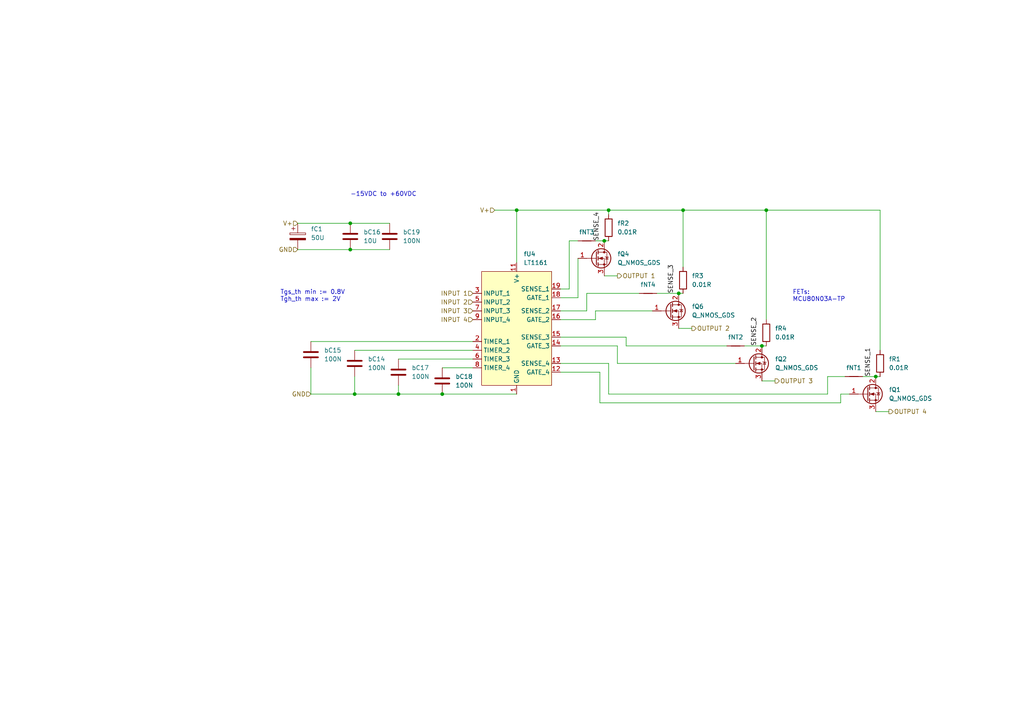
<source format=kicad_sch>
(kicad_sch (version 20211123) (generator eeschema)
  (paper "A4")
  (lib_symbols
    (symbol "Device:C" (pin_numbers hide) (pin_names (offset 0.254))
      (property "Reference" "C" (at 0.635 2.54 0))
      (property "Value" "C" (at 0.635 -2.54 0))
      (symbol "C_0_1"
        (polyline (pts (xy -2.032 -0.762) (xy 2.032 -0.762)) (stroke (width 0.508)))
        (polyline (pts (xy -2.032 0.762) (xy 2.032 0.762)) (stroke (width 0.508)))
      )
      (symbol "C_1_1"
        (pin passive line (at 0 3.81 270) (length 2.794) (name "~") (number "1"))
        (pin passive line (at 0 -3.81 90) (length 2.794) (name "~") (number "2"))
      )
    )
    (symbol "Device:C_Polarized" (pin_numbers hide) (pin_names (offset 0.254))
      (property "Reference" "C" (at 0.635 2.54 0))
      (property "Value" "C_Polarized" (at 0.635 -2.54 0))
      (symbol "C_Polarized_0_1"
        (rectangle (start -2.286 0.508) (end 2.286 1.016))
        (polyline (pts (xy -1.778 2.286) (xy -0.762 2.286)))
        (polyline (pts (xy -1.27 2.794) (xy -1.27 1.778)))
        (rectangle (start 2.286 -0.508) (end -2.286 -1.016) (fill (type outline)))
      )
      (symbol "C_Polarized_1_1"
        (pin passive line (at 0 3.81 270) (length 2.794) (name "~") (number "1"))
        (pin passive line (at 0 -3.81 90) (length 2.794) (name "~") (number "2"))
      )
    )
    (symbol "Device:NetTie_2" (pin_numbers hide) (pin_names (offset 0) hide)
      (property "Reference" "NT" (at 0 1.27 0))
      (property "Value" "NetTie_2" (at 0 -1.27 0))
      (symbol "NetTie_2_0_1"
        (polyline (pts (xy -1.27 0) (xy 1.27 0)) (stroke (width 0.254)))
      )
      (symbol "NetTie_2_1_1"
        (pin passive line (at -2.54 0 0) (length 2.54) (name "1") (number "1"))
        (pin passive line (at 2.54 0 180) (length 2.54) (name "2") (number "2"))
      )
    )
    (symbol "Device:Q_NMOS_GDS" (pin_names (offset 0) hide)
      (property "Reference" "Q" (at 5.08 1.27 0))
      (property "Value" "Q_NMOS_GDS" (at 5.08 -1.27 0))
      (symbol "Q_NMOS_GDS_0_1"
        (polyline (pts (xy 0.254 0) (xy -2.54 0)))
        (polyline (pts (xy 0.254 1.905) (xy 0.254 -1.905)) (stroke (width 0.254)))
        (polyline (pts (xy 0.762 -1.27) (xy 0.762 -2.286)) (stroke (width 0.254)))
        (polyline (pts (xy 0.762 0.508) (xy 0.762 -0.508)) (stroke (width 0.254)))
        (polyline (pts (xy 0.762 2.286) (xy 0.762 1.27)) (stroke (width 0.254)))
        (polyline (pts (xy 2.54 2.54) (xy 2.54 1.778)))
        (polyline (pts (xy 2.54 -2.54) (xy 2.54 0) (xy 0.762 0)))
        (polyline (pts (xy 0.762 -1.778) (xy 3.302 -1.778) (xy 3.302 1.778) (xy 0.762 1.778)))
        (polyline (pts (xy 1.016 0) (xy 2.032 0.381) (xy 2.032 -0.381) (xy 1.016 0)) (fill (type outline)))
        (polyline (pts (xy 2.794 0.508) (xy 2.921 0.381) (xy 3.683 0.381) (xy 3.81 0.254)))
        (polyline (pts (xy 3.302 0.381) (xy 2.921 -0.254) (xy 3.683 -0.254) (xy 3.302 0.381)))
        (circle (center 1.651 0) (radius 2.794) (stroke (width 0.254)))
        (circle (center 2.54 -1.778) (radius 0.254) (fill (type outline)))
        (circle (center 2.54 1.778) (radius 0.254) (fill (type outline)))
      )
      (symbol "Q_NMOS_GDS_1_1"
        (pin input line (at -5.08 0 0) (length 2.54) (name "G") (number "1"))
        (pin passive line (at 2.54 5.08 270) (length 2.54) (name "D") (number "2"))
        (pin passive line (at 2.54 -5.08 90) (length 2.54) (name "S") (number "3"))
      )
    )
    (symbol "Device:R" (pin_numbers hide) (pin_names (offset 0))
      (property "Reference" "R" (at 2.032 0 90))
      (property "Value" "R" (at 0 0 90))
      (symbol "R_0_1"
        (rectangle (start -1.016 -2.54) (end 1.016 2.54) (stroke (width 0.254)))
      )
      (symbol "R_1_1"
        (pin passive line (at 0 3.81 270) (length 1.27) (name "~") (number "1"))
        (pin passive line (at 0 -3.81 90) (length 1.27) (name "~") (number "2"))
      )
    )
    (symbol "william_mosfet_drivers:LT1161"
      (property "Reference" "U" (at 6.35 17.78 0))
      (property "Value" "LT1161" (at 6.35 -17.78 0))
      (symbol "LT1161_0_1"
        (rectangle (start -10.16 16.51) (end 10.16 -16.51) (fill (type background)))
      )
      (symbol "LT1161_1_1"
        (pin power_in line (at 0 -19.05 90) (length 2.54) (name "GND") (number "1"))
        (pin passive line (at 0 -19.05 90) (length 2.54) hide (name "GND") (number "10"))
        (pin power_in line (at 0 19.05 270) (length 2.54) (name "V+") (number "11"))
        (pin output line (at 12.7 -12.7 180) (length 2.54) (name "GATE_4") (number "12"))
        (pin input line (at 12.7 -10.16 180) (length 2.54) (name "SENSE_4") (number "13"))
        (pin output line (at 12.7 -5.08 180) (length 2.54) (name "GATE_3") (number "14"))
        (pin input line (at 12.7 -2.54 180) (length 2.54) (name "SENSE_3") (number "15"))
        (pin output line (at 12.7 2.54 180) (length 2.54) (name "GATE_2") (number "16"))
        (pin input line (at 12.7 5.08 180) (length 2.54) (name "SENSE_2") (number "17"))
        (pin output line (at 12.7 8.89 180) (length 2.54) (name "GATE_1") (number "18"))
        (pin input line (at 12.7 11.43 180) (length 2.54) (name "SENSE_1") (number "19"))
        (pin input line (at -12.7 -3.81 0) (length 2.54) (name "TIMER_1") (number "2"))
        (pin passive line (at 0 19.05 270) (length 2.54) hide (name "V+") (number "20"))
        (pin input line (at -12.7 10.16 0) (length 2.54) (name "INPUT_1") (number "3"))
        (pin input line (at -12.7 -6.35 0) (length 2.54) (name "TIMER_2") (number "4"))
        (pin input line (at -12.7 7.62 0) (length 2.54) (name "INPUT_2") (number "5"))
        (pin input line (at -12.7 -8.89 0) (length 2.54) (name "TIMER_3") (number "6"))
        (pin input line (at -12.7 5.08 0) (length 2.54) (name "INPUT_3") (number "7"))
        (pin input line (at -12.7 -11.43 0) (length 2.54) (name "TIMER_4") (number "8"))
        (pin input line (at -12.7 2.54 0) (length 2.54) (name "INPUT_4") (number "9"))
      )
    )
  )
  (junction (at 102.87 114.3))
  (junction (at 115.57 114.3))
  (junction (at 101.6 64.77))
  (junction (at 222.25 60.96))
  (junction (at 254 109.22))
  (junction (at 220.98 100.33))
  (junction (at 176.53 60.96))
  (junction (at 101.6 72.39))
  (junction (at 196.85 85.09))
  (junction (at 128.27 114.3))
  (junction (at 149.86 60.96))
  (junction (at 198.12 60.96))
  (junction (at 175.26 69.85))
  (wire (pts (xy 179.07 105.41) (xy 213.36 105.41)))
  (wire (pts (xy 173.99 116.84) (xy 243.84 116.84)))
  (wire (pts (xy 240.03 114.3) (xy 176.53 114.3)))
  (wire (pts (xy 220.98 110.49) (xy 224.79 110.49)))
  (wire (pts (xy 149.86 60.96) (xy 176.53 60.96)))
  (wire (pts (xy 101.6 64.77) (xy 113.03 64.77)))
  (wire (pts (xy 162.56 100.33) (xy 179.07 100.33)))
  (wire (pts (xy 86.36 64.77) (xy 101.6 64.77)))
  (wire (pts (xy 176.53 105.41) (xy 162.56 105.41)))
  (wire (pts (xy 172.72 69.85) (xy 175.26 69.85)))
  (wire (pts (xy 86.36 72.39) (xy 101.6 72.39)))
  (wire (pts (xy 176.53 114.3) (xy 176.53 105.41)))
  (wire (pts (xy 255.27 60.96) (xy 255.27 101.6)))
  (wire (pts (xy 176.53 60.96) (xy 176.53 62.23)))
  (wire (pts (xy 181.61 100.33) (xy 181.61 97.79)))
  (wire (pts (xy 90.17 114.3) (xy 102.87 114.3)))
  (wire (pts (xy 250.19 109.22) (xy 254 109.22)))
  (wire (pts (xy 170.18 85.09) (xy 170.18 90.17)))
  (wire (pts (xy 162.56 107.95) (xy 173.99 107.95)))
  (wire (pts (xy 175.26 80.01) (xy 179.07 80.01)))
  (wire (pts (xy 115.57 114.3) (xy 128.27 114.3)))
  (wire (pts (xy 115.57 104.14) (xy 137.16 104.14)))
  (wire (pts (xy 181.61 100.33) (xy 210.82 100.33)))
  (wire (pts (xy 240.03 109.22) (xy 240.03 114.3)))
  (wire (pts (xy 162.56 83.82) (xy 165.1 83.82)))
  (wire (pts (xy 179.07 100.33) (xy 179.07 105.41)))
  (wire (pts (xy 240.03 109.22) (xy 245.11 109.22)))
  (wire (pts (xy 115.57 111.76) (xy 115.57 114.3)))
  (wire (pts (xy 162.56 86.36) (xy 167.64 86.36)))
  (wire (pts (xy 128.27 106.68) (xy 137.16 106.68)))
  (wire (pts (xy 102.87 101.6) (xy 137.16 101.6)))
  (wire (pts (xy 196.85 95.25) (xy 200.66 95.25)))
  (wire (pts (xy 128.27 114.3) (xy 149.86 114.3)))
  (wire (pts (xy 167.64 86.36) (xy 167.64 74.93)))
  (wire (pts (xy 165.1 69.85) (xy 167.64 69.85)))
  (wire (pts (xy 173.99 107.95) (xy 173.99 116.84)))
  (wire (pts (xy 170.18 85.09) (xy 185.42 85.09)))
  (wire (pts (xy 222.25 92.71) (xy 222.25 60.96)))
  (wire (pts (xy 176.53 60.96) (xy 198.12 60.96)))
  (wire (pts (xy 149.86 60.96) (xy 149.86 76.2)))
  (wire (pts (xy 90.17 99.06) (xy 137.16 99.06)))
  (wire (pts (xy 198.12 60.96) (xy 222.25 60.96)))
  (wire (pts (xy 222.25 60.96) (xy 255.27 60.96)))
  (wire (pts (xy 243.84 114.3) (xy 246.38 114.3)))
  (wire (pts (xy 102.87 114.3) (xy 115.57 114.3)))
  (wire (pts (xy 175.26 69.85) (xy 176.53 69.85)))
  (wire (pts (xy 220.98 100.33) (xy 222.25 100.33)))
  (wire (pts (xy 102.87 109.22) (xy 102.87 114.3)))
  (wire (pts (xy 143.51 60.96) (xy 149.86 60.96)))
  (wire (pts (xy 190.5 85.09) (xy 196.85 85.09)))
  (wire (pts (xy 90.17 106.68) (xy 90.17 114.3)))
  (wire (pts (xy 181.61 97.79) (xy 162.56 97.79)))
  (wire (pts (xy 172.72 90.17) (xy 189.23 90.17)))
  (wire (pts (xy 101.6 72.39) (xy 113.03 72.39)))
  (wire (pts (xy 165.1 83.82) (xy 165.1 69.85)))
  (wire (pts (xy 254 109.22) (xy 255.27 109.22)))
  (wire (pts (xy 198.12 60.96) (xy 198.12 77.47)))
  (wire (pts (xy 170.18 90.17) (xy 162.56 90.17)))
  (wire (pts (xy 162.56 92.71) (xy 172.72 92.71)))
  (wire (pts (xy 254 119.38) (xy 257.81 119.38)))
  (wire (pts (xy 172.72 92.71) (xy 172.72 90.17)))
  (wire (pts (xy 196.85 85.09) (xy 198.12 85.09)))
  (wire (pts (xy 243.84 116.84) (xy 243.84 114.3)))
  (wire (pts (xy 215.9 100.33) (xy 220.98 100.33)))
  (text "FETs:	\nMCU80N03A-TP" (at 229.87 87.63 0) (effects (font (size 1.27 1.27)) (justify left bottom)))
  (text "Tgs_th min := 0.8V\nTgh_th max := 2V" (at 81.28 87.63 0) (effects (font (size 1.27 1.27)) (justify left bottom)))
  (text "-15VDC to +60VDC" (at 101.6 57.15 0) (effects (font (size 1.27 1.27)) (justify left bottom)))
  (label "SENSE_2" (at 219.71 100.33 90))
  (label "SENSE_1" (at 252.73 109.22 90))
  (label "SENSE_3" (at 195.58 85.09 90))
  (label "SENSE_4" (at 173.99 69.85 90))
  (hierarchical_label "GND" (shape input) (at 86.36 72.39 180))
  (hierarchical_label "INPUT 3" (shape input) (at 137.16 90.17 180))
  (hierarchical_label "INPUT 1" (shape input) (at 137.16 85.09 180))
  (hierarchical_label "V+" (shape input) (at 143.51 60.96 180))
  (hierarchical_label "INPUT 2" (shape input) (at 137.16 87.63 180))
  (hierarchical_label "OUTPUT 1" (shape output) (at 179.07 80.01 0))
  (hierarchical_label "OUTPUT 2" (shape output) (at 200.66 95.25 0))
  (hierarchical_label "INPUT 4" (shape input) (at 137.16 92.71 180))
  (hierarchical_label "GND" (shape input) (at 90.17 114.3 180))
  (hierarchical_label "OUTPUT 3" (shape output) (at 224.79 110.49 0))
  (hierarchical_label "OUTPUT 4" (shape output) (at 257.81 119.38 0))
  (hierarchical_label "V+" (shape input) (at 86.36 64.77 180))
  (symbol (lib_id "Device:NetTie_2") (at 213.36 100.33 0) (unit 1)
    (property "Reference" "fNT2" (at 213.36 97.79 0))
    (property "Value" "NetTie_2" (effects hide))
    (property "Footprint" "william_fab:NetTie-2_SMD_Pad0.5mm" (effects hide))
  )
  (symbol (lib_id "Device:C") (at 101.6 68.58 0) (unit 1)
    (property "Reference" "bC16" (at 105.41 67.3099 0) (effects (justify left)))
    (property "Value" "10U" (at 105.41 69.8499 0) (effects (justify left)))
    (property "Footprint" "Capacitor_SMD:C_0805_2012Metric" (effects hide))
  )
  (symbol (lib_id "Device:NetTie_2") (at 170.18 69.85 0) (unit 1)
    (property "Reference" "fNT3" (at 170.18 67.31 0))
    (property "Value" "NetTie_2" (effects hide))
    (property "Footprint" "william_fab:NetTie-2_SMD_Pad0.5mm" (effects hide))
  )
  (symbol (lib_id "Device:C") (at 115.57 107.95 0) (unit 1)
    (property "Reference" "bC17" (at 119.38 106.6799 0) (effects (justify left)))
    (property "Value" "100N" (at 119.38 109.2199 0) (effects (justify left)))
    (property "Footprint" "Capacitor_SMD:C_0603_1608Metric" (effects hide))
  )
  (symbol (lib_id "william_mosfet_drivers:LT1161") (at 149.86 95.25 0) (unit 1)
    (property "Reference" "fU4" (at 151.8794 73.66 0) (effects (justify left)))
    (property "Value" "LT1161" (at 151.8794 76.2 0) (effects (justify left)))
    (property "Footprint" "Package_SO:SOIC-20W_7.5x12.8mm_P1.27mm" (effects hide))
    (property "Datasheet" "https://www.analog.com/media/en/technical-documentation/data-sheets/1161fa.pdf" (effects hide))
  )
  (symbol (lib_id "Device:C") (at 90.17 102.87 0) (unit 1)
    (property "Reference" "bC15" (at 93.98 101.5999 0) (effects (justify left)))
    (property "Value" "100N" (at 93.98 104.1399 0) (effects (justify left)))
    (property "Footprint" "Capacitor_SMD:C_0603_1608Metric" (effects hide))
  )
  (symbol (lib_id "Device:Q_NMOS_GDS") (at 194.31 90.17 0) (unit 1)
    (property "Reference" "fQ6" (at 200.66 88.8999 0) (effects (justify left)))
    (property "Value" "Q_NMOS_GDS" (at 200.66 91.4399 0) (effects (justify left)))
    (property "Footprint" "Package_TO_SOT_SMD:TO-252-2" (effects hide))
  )
  (symbol (lib_id "Device:R") (at 255.27 105.41 0) (unit 1)
    (property "Reference" "fR1" (at 257.81 104.1399 0) (effects (justify left)))
    (property "Value" "0.01R" (at 257.81 106.6799 0) (effects (justify left)))
    (property "Footprint" "william_resistors:HCSM2818FT10L0" (effects hide))
  )
  (symbol (lib_id "Device:C_Polarized") (at 86.36 68.58 0) (unit 1)
    (property "Reference" "fC1" (at 90.17 66.4209 0) (effects (justify left)))
    (property "Value" "50U" (at 90.17 68.9609 0) (effects (justify left)))
    (property "Footprint" "Capacitor_SMD:C_Elec_8x10.2" (effects hide))
  )
  (symbol (lib_id "Device:C") (at 128.27 110.49 0) (unit 1)
    (property "Reference" "bC18" (at 132.08 109.2199 0) (effects (justify left)))
    (property "Value" "100N" (at 132.08 111.7599 0) (effects (justify left)))
    (property "Footprint" "Capacitor_SMD:C_0603_1608Metric" (effects hide))
  )
  (symbol (lib_id "Device:Q_NMOS_GDS") (at 218.44 105.41 0) (unit 1)
    (property "Reference" "fQ2" (at 224.79 104.1399 0) (effects (justify left)))
    (property "Value" "Q_NMOS_GDS" (at 224.79 106.6799 0) (effects (justify left)))
    (property "Footprint" "Package_TO_SOT_SMD:TO-252-2" (effects hide))
  )
  (symbol (lib_id "Device:R") (at 198.12 81.28 0) (unit 1)
    (property "Reference" "fR3" (at 200.66 80.0099 0) (effects (justify left)))
    (property "Value" "0.01R" (at 200.66 82.5499 0) (effects (justify left)))
    (property "Footprint" "william_resistors:HCSM2818FT10L0" (effects hide))
  )
  (symbol (lib_id "Device:C") (at 102.87 105.41 0) (unit 1)
    (property "Reference" "bC14" (at 106.68 104.1399 0) (effects (justify left)))
    (property "Value" "100N" (at 106.68 106.6799 0) (effects (justify left)))
    (property "Footprint" "Capacitor_SMD:C_0603_1608Metric" (effects hide))
  )
  (symbol (lib_id "Device:Q_NMOS_GDS") (at 251.46 114.3 0) (unit 1)
    (property "Reference" "fQ1" (at 257.81 113.0299 0) (effects (justify left)))
    (property "Value" "Q_NMOS_GDS" (at 257.81 115.5699 0) (effects (justify left)))
    (property "Footprint" "Package_TO_SOT_SMD:TO-252-2" (effects hide))
  )
  (symbol (lib_id "Device:Q_NMOS_GDS") (at 172.72 74.93 0) (unit 1)
    (property "Reference" "fQ4" (at 179.07 73.6599 0) (effects (justify left)))
    (property "Value" "Q_NMOS_GDS" (at 179.07 76.1999 0) (effects (justify left)))
    (property "Footprint" "Package_TO_SOT_SMD:TO-252-2" (effects hide))
  )
  (symbol (lib_id "Device:C") (at 113.03 68.58 0) (unit 1)
    (property "Reference" "bC19" (at 116.84 67.3099 0) (effects (justify left)))
    (property "Value" "100N" (at 116.84 69.8499 0) (effects (justify left)))
    (property "Footprint" "Capacitor_SMD:C_0603_1608Metric" (effects hide))
  )
  (symbol (lib_id "Device:R") (at 222.25 96.52 0) (unit 1)
    (property "Reference" "fR4" (at 224.79 95.2499 0) (effects (justify left)))
    (property "Value" "0.01R" (at 224.79 97.7899 0) (effects (justify left)))
    (property "Footprint" "william_resistors:HCSM2818FT10L0" (effects hide))
  )
  (symbol (lib_id "Device:NetTie_2") (at 247.65 109.22 0) (unit 1)
    (property "Reference" "fNT1" (at 247.65 106.68 0))
    (property "Value" "NetTie_2" (effects hide))
    (property "Footprint" "william_fab:NetTie-2_SMD_Pad0.5mm" (effects hide))
  )
  (symbol (lib_id "Device:NetTie_2") (at 187.96 85.09 0) (unit 1)
    (property "Reference" "fNT4" (at 187.96 82.55 0))
    (property "Value" "NetTie_2" (effects hide))
    (property "Footprint" "william_fab:NetTie-2_SMD_Pad0.5mm" (effects hide))
  )
  (symbol (lib_id "Device:R") (at 176.53 66.04 0) (unit 1)
    (property "Reference" "fR2" (at 179.07 64.7699 0) (effects (justify left)))
    (property "Value" "0.01R" (at 179.07 67.3099 0) (effects (justify left)))
    (property "Footprint" "william_resistors:HCSM2818FT10L0" (effects hide))
  )
)
</source>
